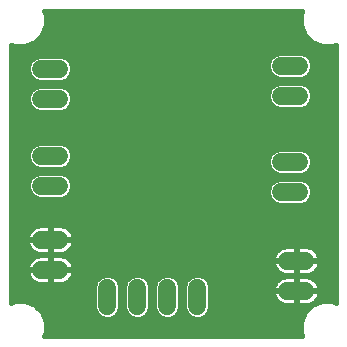
<source format=gbl>
G75*
%MOIN*%
%OFA0B0*%
%FSLAX25Y25*%
%IPPOS*%
%LPD*%
%AMOC8*
5,1,8,0,0,1.08239X$1,22.5*
%
%ADD10C,0.06000*%
%ADD11C,0.01600*%
D10*
X0016800Y0028800D02*
X0022800Y0028800D01*
X0022800Y0038800D02*
X0016800Y0038800D01*
X0016800Y0056800D02*
X0022800Y0056800D01*
X0022800Y0066800D02*
X0016800Y0066800D01*
X0016800Y0085800D02*
X0022800Y0085800D01*
X0022800Y0095800D02*
X0016800Y0095800D01*
X0038800Y0022800D02*
X0038800Y0016800D01*
X0048800Y0016800D02*
X0048800Y0022800D01*
X0058800Y0022800D02*
X0058800Y0016800D01*
X0068800Y0016800D02*
X0068800Y0022800D01*
X0098800Y0021800D02*
X0104800Y0021800D01*
X0104800Y0031800D02*
X0098800Y0031800D01*
X0096800Y0054800D02*
X0102800Y0054800D01*
X0102800Y0064800D02*
X0096800Y0064800D01*
X0096800Y0086800D02*
X0102800Y0086800D01*
X0102800Y0096800D02*
X0096800Y0096800D01*
D11*
X0034400Y0016187D02*
X0015517Y0016187D01*
X0014623Y0017081D02*
X0011412Y0018411D01*
X0007936Y0018411D01*
X0006600Y0017858D01*
X0006600Y0103853D01*
X0007936Y0103299D01*
X0011412Y0103299D01*
X0014623Y0104629D01*
X0017081Y0107087D01*
X0018411Y0110298D01*
X0018411Y0113774D01*
X0017858Y0115110D01*
X0103853Y0115110D01*
X0103299Y0113774D01*
X0103299Y0110298D01*
X0104629Y0107087D01*
X0107087Y0104629D01*
X0110298Y0103299D01*
X0113774Y0103299D01*
X0115110Y0103853D01*
X0115110Y0017858D01*
X0113774Y0018411D01*
X0110298Y0018411D01*
X0107087Y0017081D01*
X0104629Y0014623D01*
X0103299Y0011412D01*
X0103299Y0007936D01*
X0103853Y0006600D01*
X0017858Y0006600D01*
X0018411Y0007936D01*
X0018411Y0011412D01*
X0017081Y0014623D01*
X0014623Y0017081D01*
X0012923Y0017785D02*
X0034400Y0017785D01*
X0034400Y0019384D02*
X0006600Y0019384D01*
X0006600Y0020982D02*
X0034400Y0020982D01*
X0034400Y0022581D02*
X0006600Y0022581D01*
X0006600Y0024179D02*
X0015488Y0024179D01*
X0015676Y0024118D02*
X0016422Y0024000D01*
X0019600Y0024000D01*
X0019600Y0028600D01*
X0020000Y0028600D01*
X0020000Y0029000D01*
X0019600Y0029000D01*
X0019600Y0033600D01*
X0016422Y0033600D01*
X0015676Y0033482D01*
X0014957Y0033248D01*
X0014284Y0032905D01*
X0013673Y0032461D01*
X0013139Y0031927D01*
X0012695Y0031316D01*
X0012352Y0030643D01*
X0012118Y0029924D01*
X0012000Y0029178D01*
X0012000Y0029000D01*
X0019600Y0029000D01*
X0019600Y0028600D01*
X0012000Y0028600D01*
X0012000Y0028422D01*
X0012118Y0027676D01*
X0012352Y0026957D01*
X0012695Y0026284D01*
X0013139Y0025673D01*
X0013673Y0025139D01*
X0014284Y0024695D01*
X0014957Y0024352D01*
X0015676Y0024118D01*
X0013063Y0025778D02*
X0006600Y0025778D01*
X0006600Y0027376D02*
X0012216Y0027376D01*
X0012329Y0030573D02*
X0006600Y0030573D01*
X0006600Y0032172D02*
X0013384Y0032172D01*
X0014284Y0034695D02*
X0014957Y0034352D01*
X0015676Y0034118D01*
X0016422Y0034000D01*
X0019600Y0034000D01*
X0019600Y0038600D01*
X0020000Y0038600D01*
X0020000Y0039000D01*
X0019600Y0039000D01*
X0019600Y0043600D01*
X0016422Y0043600D01*
X0015676Y0043482D01*
X0014957Y0043248D01*
X0014284Y0042905D01*
X0013673Y0042461D01*
X0013139Y0041927D01*
X0012695Y0041316D01*
X0012352Y0040643D01*
X0012118Y0039924D01*
X0012000Y0039178D01*
X0012000Y0039000D01*
X0019600Y0039000D01*
X0019600Y0038600D01*
X0012000Y0038600D01*
X0012000Y0038422D01*
X0012118Y0037676D01*
X0012352Y0036957D01*
X0012695Y0036284D01*
X0013139Y0035673D01*
X0013673Y0035139D01*
X0014284Y0034695D01*
X0013443Y0035369D02*
X0006600Y0035369D01*
X0006600Y0036967D02*
X0012348Y0036967D01*
X0012000Y0038566D02*
X0006600Y0038566D01*
X0006600Y0040164D02*
X0012196Y0040164D01*
X0013019Y0041763D02*
X0006600Y0041763D01*
X0006600Y0043361D02*
X0015305Y0043361D01*
X0019600Y0043361D02*
X0020000Y0043361D01*
X0020000Y0043600D02*
X0020000Y0039000D01*
X0027600Y0039000D01*
X0027600Y0039178D01*
X0027482Y0039924D01*
X0027248Y0040643D01*
X0026905Y0041316D01*
X0026461Y0041927D01*
X0025927Y0042461D01*
X0025316Y0042905D01*
X0024643Y0043248D01*
X0023924Y0043482D01*
X0023178Y0043600D01*
X0020000Y0043600D01*
X0020000Y0041763D02*
X0019600Y0041763D01*
X0019600Y0040164D02*
X0020000Y0040164D01*
X0020000Y0038600D02*
X0027600Y0038600D01*
X0027600Y0038422D01*
X0027482Y0037676D01*
X0027248Y0036957D01*
X0026905Y0036284D01*
X0026461Y0035673D01*
X0025927Y0035139D01*
X0025316Y0034695D01*
X0024643Y0034352D01*
X0023924Y0034118D01*
X0023178Y0034000D01*
X0020000Y0034000D01*
X0020000Y0038600D01*
X0020000Y0038566D02*
X0019600Y0038566D01*
X0019600Y0036967D02*
X0020000Y0036967D01*
X0020000Y0035369D02*
X0019600Y0035369D01*
X0020000Y0033600D02*
X0020000Y0029000D01*
X0027600Y0029000D01*
X0027600Y0029178D01*
X0027482Y0029924D01*
X0027248Y0030643D01*
X0026905Y0031316D01*
X0026461Y0031927D01*
X0025927Y0032461D01*
X0025316Y0032905D01*
X0024643Y0033248D01*
X0023924Y0033482D01*
X0023178Y0033600D01*
X0020000Y0033600D01*
X0020000Y0032172D02*
X0019600Y0032172D01*
X0019600Y0030573D02*
X0020000Y0030573D01*
X0020000Y0028975D02*
X0094920Y0028975D01*
X0095139Y0028673D02*
X0095673Y0028139D01*
X0096284Y0027695D01*
X0096957Y0027352D01*
X0097676Y0027118D01*
X0098422Y0027000D01*
X0101600Y0027000D01*
X0101600Y0031600D01*
X0102000Y0031600D01*
X0102000Y0032000D01*
X0101600Y0032000D01*
X0101600Y0036600D01*
X0098422Y0036600D01*
X0097676Y0036482D01*
X0096957Y0036248D01*
X0096284Y0035905D01*
X0095673Y0035461D01*
X0095139Y0034927D01*
X0094695Y0034316D01*
X0094352Y0033643D01*
X0094118Y0032924D01*
X0094000Y0032178D01*
X0094000Y0032000D01*
X0101600Y0032000D01*
X0101600Y0031600D01*
X0094000Y0031600D01*
X0094000Y0031422D01*
X0094118Y0030676D01*
X0094352Y0029957D01*
X0094695Y0029284D01*
X0095139Y0028673D01*
X0096909Y0027376D02*
X0027384Y0027376D01*
X0027482Y0027676D02*
X0027600Y0028422D01*
X0027600Y0028600D01*
X0020000Y0028600D01*
X0020000Y0024000D01*
X0023178Y0024000D01*
X0023924Y0024118D01*
X0024643Y0024352D01*
X0025316Y0024695D01*
X0025927Y0025139D01*
X0026461Y0025673D01*
X0026905Y0026284D01*
X0027248Y0026957D01*
X0027482Y0027676D01*
X0026537Y0025778D02*
X0035555Y0025778D01*
X0035070Y0025292D02*
X0036308Y0026530D01*
X0037925Y0027200D01*
X0039675Y0027200D01*
X0041292Y0026530D01*
X0042530Y0025292D01*
X0043200Y0023675D01*
X0043200Y0015925D01*
X0042530Y0014308D01*
X0041292Y0013070D01*
X0039675Y0012400D01*
X0037925Y0012400D01*
X0036308Y0013070D01*
X0035070Y0014308D01*
X0034400Y0015925D01*
X0034400Y0023675D01*
X0035070Y0025292D01*
X0034609Y0024179D02*
X0024112Y0024179D01*
X0020000Y0024179D02*
X0019600Y0024179D01*
X0019600Y0025778D02*
X0020000Y0025778D01*
X0020000Y0027376D02*
X0019600Y0027376D01*
X0019600Y0028975D02*
X0006600Y0028975D01*
X0006600Y0033770D02*
X0094417Y0033770D01*
X0094000Y0032172D02*
X0026216Y0032172D01*
X0027271Y0030573D02*
X0094152Y0030573D01*
X0095581Y0035369D02*
X0026157Y0035369D01*
X0027252Y0036967D02*
X0115110Y0036967D01*
X0115110Y0035369D02*
X0108019Y0035369D01*
X0107927Y0035461D02*
X0107316Y0035905D01*
X0106643Y0036248D01*
X0105924Y0036482D01*
X0105178Y0036600D01*
X0102000Y0036600D01*
X0102000Y0032000D01*
X0109600Y0032000D01*
X0109600Y0032178D01*
X0109482Y0032924D01*
X0109248Y0033643D01*
X0108905Y0034316D01*
X0108461Y0034927D01*
X0107927Y0035461D01*
X0109183Y0033770D02*
X0115110Y0033770D01*
X0115110Y0032172D02*
X0109600Y0032172D01*
X0109600Y0031600D02*
X0102000Y0031600D01*
X0102000Y0027000D01*
X0105178Y0027000D01*
X0105924Y0027118D01*
X0106643Y0027352D01*
X0107316Y0027695D01*
X0107927Y0028139D01*
X0108461Y0028673D01*
X0108905Y0029284D01*
X0109248Y0029957D01*
X0109482Y0030676D01*
X0109600Y0031422D01*
X0109600Y0031600D01*
X0109448Y0030573D02*
X0115110Y0030573D01*
X0115110Y0028975D02*
X0108680Y0028975D01*
X0106691Y0027376D02*
X0115110Y0027376D01*
X0115110Y0025778D02*
X0107491Y0025778D01*
X0107316Y0025905D02*
X0106643Y0026248D01*
X0105924Y0026482D01*
X0105178Y0026600D01*
X0102000Y0026600D01*
X0102000Y0022000D01*
X0101600Y0022000D01*
X0101600Y0026600D01*
X0098422Y0026600D01*
X0097676Y0026482D01*
X0096957Y0026248D01*
X0096284Y0025905D01*
X0095673Y0025461D01*
X0095139Y0024927D01*
X0094695Y0024316D01*
X0094352Y0023643D01*
X0094118Y0022924D01*
X0094000Y0022178D01*
X0094000Y0022000D01*
X0101600Y0022000D01*
X0101600Y0021600D01*
X0102000Y0021600D01*
X0102000Y0022000D01*
X0109600Y0022000D01*
X0109600Y0022178D01*
X0109482Y0022924D01*
X0109248Y0023643D01*
X0108905Y0024316D01*
X0108461Y0024927D01*
X0107927Y0025461D01*
X0107316Y0025905D01*
X0108975Y0024179D02*
X0115110Y0024179D01*
X0115110Y0022581D02*
X0109536Y0022581D01*
X0109600Y0021600D02*
X0102000Y0021600D01*
X0102000Y0017000D01*
X0105178Y0017000D01*
X0105924Y0017118D01*
X0106643Y0017352D01*
X0107316Y0017695D01*
X0107927Y0018139D01*
X0108461Y0018673D01*
X0108905Y0019284D01*
X0109248Y0019957D01*
X0109482Y0020676D01*
X0109600Y0021422D01*
X0109600Y0021600D01*
X0109530Y0020982D02*
X0115110Y0020982D01*
X0115110Y0019384D02*
X0108956Y0019384D01*
X0108787Y0017785D02*
X0107440Y0017785D01*
X0106193Y0016187D02*
X0073200Y0016187D01*
X0073200Y0015925D02*
X0072530Y0014308D01*
X0071292Y0013070D01*
X0069675Y0012400D01*
X0067925Y0012400D01*
X0066308Y0013070D01*
X0065070Y0014308D01*
X0064400Y0015925D01*
X0064400Y0023675D01*
X0065070Y0025292D01*
X0066308Y0026530D01*
X0067925Y0027200D01*
X0069675Y0027200D01*
X0071292Y0026530D01*
X0072530Y0025292D01*
X0073200Y0023675D01*
X0073200Y0015925D01*
X0073200Y0017785D02*
X0096160Y0017785D01*
X0096284Y0017695D02*
X0096957Y0017352D01*
X0097676Y0017118D01*
X0098422Y0017000D01*
X0101600Y0017000D01*
X0101600Y0021600D01*
X0094000Y0021600D01*
X0094000Y0021422D01*
X0094118Y0020676D01*
X0094352Y0019957D01*
X0094695Y0019284D01*
X0095139Y0018673D01*
X0095673Y0018139D01*
X0096284Y0017695D01*
X0094644Y0019384D02*
X0073200Y0019384D01*
X0073200Y0020982D02*
X0094070Y0020982D01*
X0094064Y0022581D02*
X0073200Y0022581D01*
X0072991Y0024179D02*
X0094625Y0024179D01*
X0096109Y0025778D02*
X0072045Y0025778D01*
X0065555Y0025778D02*
X0062045Y0025778D01*
X0062530Y0025292D02*
X0061292Y0026530D01*
X0059675Y0027200D01*
X0057925Y0027200D01*
X0056308Y0026530D01*
X0055070Y0025292D01*
X0054400Y0023675D01*
X0054400Y0015925D01*
X0055070Y0014308D01*
X0056308Y0013070D01*
X0057925Y0012400D01*
X0059675Y0012400D01*
X0061292Y0013070D01*
X0062530Y0014308D01*
X0063200Y0015925D01*
X0063200Y0023675D01*
X0062530Y0025292D01*
X0062991Y0024179D02*
X0064609Y0024179D01*
X0064400Y0022581D02*
X0063200Y0022581D01*
X0063200Y0020982D02*
X0064400Y0020982D01*
X0064400Y0019384D02*
X0063200Y0019384D01*
X0063200Y0017785D02*
X0064400Y0017785D01*
X0064400Y0016187D02*
X0063200Y0016187D01*
X0062646Y0014588D02*
X0064954Y0014588D01*
X0066501Y0012990D02*
X0061099Y0012990D01*
X0056501Y0012990D02*
X0051099Y0012990D01*
X0051292Y0013070D02*
X0052530Y0014308D01*
X0053200Y0015925D01*
X0053200Y0023675D01*
X0052530Y0025292D01*
X0051292Y0026530D01*
X0049675Y0027200D01*
X0047925Y0027200D01*
X0046308Y0026530D01*
X0045070Y0025292D01*
X0044400Y0023675D01*
X0044400Y0015925D01*
X0045070Y0014308D01*
X0046308Y0013070D01*
X0047925Y0012400D01*
X0049675Y0012400D01*
X0051292Y0013070D01*
X0052646Y0014588D02*
X0054954Y0014588D01*
X0054400Y0016187D02*
X0053200Y0016187D01*
X0053200Y0017785D02*
X0054400Y0017785D01*
X0054400Y0019384D02*
X0053200Y0019384D01*
X0053200Y0020982D02*
X0054400Y0020982D01*
X0054400Y0022581D02*
X0053200Y0022581D01*
X0052991Y0024179D02*
X0054609Y0024179D01*
X0055555Y0025778D02*
X0052045Y0025778D01*
X0045555Y0025778D02*
X0042045Y0025778D01*
X0042991Y0024179D02*
X0044609Y0024179D01*
X0044400Y0022581D02*
X0043200Y0022581D01*
X0043200Y0020982D02*
X0044400Y0020982D01*
X0044400Y0019384D02*
X0043200Y0019384D01*
X0043200Y0017785D02*
X0044400Y0017785D01*
X0044400Y0016187D02*
X0043200Y0016187D01*
X0042646Y0014588D02*
X0044954Y0014588D01*
X0046501Y0012990D02*
X0041099Y0012990D01*
X0036501Y0012990D02*
X0017758Y0012990D01*
X0018411Y0011391D02*
X0103299Y0011391D01*
X0103299Y0009793D02*
X0018411Y0009793D01*
X0018411Y0008194D02*
X0103299Y0008194D01*
X0103953Y0012990D02*
X0071099Y0012990D01*
X0072646Y0014588D02*
X0104615Y0014588D01*
X0102000Y0017785D02*
X0101600Y0017785D01*
X0101600Y0019384D02*
X0102000Y0019384D01*
X0102000Y0020982D02*
X0101600Y0020982D01*
X0101600Y0022581D02*
X0102000Y0022581D01*
X0102000Y0024179D02*
X0101600Y0024179D01*
X0101600Y0025778D02*
X0102000Y0025778D01*
X0102000Y0027376D02*
X0101600Y0027376D01*
X0101600Y0028975D02*
X0102000Y0028975D01*
X0102000Y0030573D02*
X0101600Y0030573D01*
X0101600Y0032172D02*
X0102000Y0032172D01*
X0102000Y0033770D02*
X0101600Y0033770D01*
X0101600Y0035369D02*
X0102000Y0035369D01*
X0115110Y0038566D02*
X0027600Y0038566D01*
X0027404Y0040164D02*
X0115110Y0040164D01*
X0115110Y0041763D02*
X0026581Y0041763D01*
X0024295Y0043361D02*
X0115110Y0043361D01*
X0115110Y0044960D02*
X0006600Y0044960D01*
X0006600Y0046558D02*
X0115110Y0046558D01*
X0115110Y0048157D02*
X0006600Y0048157D01*
X0006600Y0049755D02*
X0115110Y0049755D01*
X0115110Y0051354D02*
X0105576Y0051354D01*
X0105292Y0051070D02*
X0103675Y0050400D01*
X0095925Y0050400D01*
X0094308Y0051070D01*
X0093070Y0052308D01*
X0092400Y0053925D01*
X0092400Y0055675D01*
X0093070Y0057292D01*
X0094308Y0058530D01*
X0095925Y0059200D01*
X0103675Y0059200D01*
X0105292Y0058530D01*
X0106530Y0057292D01*
X0107200Y0055675D01*
X0107200Y0053925D01*
X0106530Y0052308D01*
X0105292Y0051070D01*
X0106797Y0052952D02*
X0115110Y0052952D01*
X0115110Y0054551D02*
X0107200Y0054551D01*
X0107004Y0056149D02*
X0115110Y0056149D01*
X0115110Y0057748D02*
X0106075Y0057748D01*
X0105292Y0061070D02*
X0103675Y0060400D01*
X0095925Y0060400D01*
X0094308Y0061070D01*
X0093070Y0062308D01*
X0092400Y0063925D01*
X0092400Y0065675D01*
X0093070Y0067292D01*
X0094308Y0068530D01*
X0095925Y0069200D01*
X0103675Y0069200D01*
X0105292Y0068530D01*
X0106530Y0067292D01*
X0107200Y0065675D01*
X0107200Y0063925D01*
X0106530Y0062308D01*
X0105292Y0061070D01*
X0104991Y0060945D02*
X0115110Y0060945D01*
X0115110Y0062543D02*
X0106628Y0062543D01*
X0107200Y0064142D02*
X0115110Y0064142D01*
X0115110Y0065740D02*
X0107173Y0065740D01*
X0106484Y0067339D02*
X0115110Y0067339D01*
X0115110Y0068937D02*
X0104309Y0068937D01*
X0095291Y0068937D02*
X0026677Y0068937D01*
X0026530Y0069292D02*
X0025292Y0070530D01*
X0023675Y0071200D01*
X0015925Y0071200D01*
X0014308Y0070530D01*
X0013070Y0069292D01*
X0012400Y0067675D01*
X0012400Y0065925D01*
X0013070Y0064308D01*
X0014308Y0063070D01*
X0015925Y0062400D01*
X0023675Y0062400D01*
X0025292Y0063070D01*
X0026530Y0064308D01*
X0027200Y0065925D01*
X0027200Y0067675D01*
X0026530Y0069292D01*
X0027200Y0067339D02*
X0093116Y0067339D01*
X0092427Y0065740D02*
X0027124Y0065740D01*
X0026364Y0064142D02*
X0092400Y0064142D01*
X0092972Y0062543D02*
X0024021Y0062543D01*
X0023675Y0061200D02*
X0025292Y0060530D01*
X0026530Y0059292D01*
X0027200Y0057675D01*
X0027200Y0055925D01*
X0026530Y0054308D01*
X0025292Y0053070D01*
X0023675Y0052400D01*
X0015925Y0052400D01*
X0014308Y0053070D01*
X0013070Y0054308D01*
X0012400Y0055925D01*
X0012400Y0057675D01*
X0013070Y0059292D01*
X0014308Y0060530D01*
X0015925Y0061200D01*
X0023675Y0061200D01*
X0024291Y0060945D02*
X0094609Y0060945D01*
X0093525Y0057748D02*
X0027170Y0057748D01*
X0027200Y0056149D02*
X0092596Y0056149D01*
X0092400Y0054551D02*
X0026631Y0054551D01*
X0025009Y0052952D02*
X0092803Y0052952D01*
X0094024Y0051354D02*
X0006600Y0051354D01*
X0006600Y0052952D02*
X0014591Y0052952D01*
X0012969Y0054551D02*
X0006600Y0054551D01*
X0006600Y0056149D02*
X0012400Y0056149D01*
X0012430Y0057748D02*
X0006600Y0057748D01*
X0006600Y0059346D02*
X0013124Y0059346D01*
X0015309Y0060945D02*
X0006600Y0060945D01*
X0006600Y0062543D02*
X0015578Y0062543D01*
X0013236Y0064142D02*
X0006600Y0064142D01*
X0006600Y0065740D02*
X0012476Y0065740D01*
X0012400Y0067339D02*
X0006600Y0067339D01*
X0006600Y0068937D02*
X0012923Y0068937D01*
X0014322Y0070536D02*
X0006600Y0070536D01*
X0006600Y0072134D02*
X0115110Y0072134D01*
X0115110Y0070536D02*
X0025278Y0070536D01*
X0023675Y0081400D02*
X0015925Y0081400D01*
X0014308Y0082070D01*
X0013070Y0083308D01*
X0012400Y0084925D01*
X0012400Y0086675D01*
X0013070Y0088292D01*
X0014308Y0089530D01*
X0015925Y0090200D01*
X0023675Y0090200D01*
X0025292Y0089530D01*
X0026530Y0088292D01*
X0027200Y0086675D01*
X0027200Y0084925D01*
X0026530Y0083308D01*
X0025292Y0082070D01*
X0023675Y0081400D01*
X0024461Y0081726D02*
X0115110Y0081726D01*
X0115110Y0083324D02*
X0105547Y0083324D01*
X0105292Y0083070D02*
X0106530Y0084308D01*
X0107200Y0085925D01*
X0107200Y0087675D01*
X0106530Y0089292D01*
X0105292Y0090530D01*
X0103675Y0091200D01*
X0095925Y0091200D01*
X0094308Y0090530D01*
X0093070Y0089292D01*
X0092400Y0087675D01*
X0092400Y0085925D01*
X0093070Y0084308D01*
X0094308Y0083070D01*
X0095925Y0082400D01*
X0103675Y0082400D01*
X0105292Y0083070D01*
X0106785Y0084923D02*
X0115110Y0084923D01*
X0115110Y0086521D02*
X0107200Y0086521D01*
X0107016Y0088120D02*
X0115110Y0088120D01*
X0115110Y0089718D02*
X0106104Y0089718D01*
X0105292Y0093070D02*
X0103675Y0092400D01*
X0095925Y0092400D01*
X0094308Y0093070D01*
X0093070Y0094308D01*
X0092400Y0095925D01*
X0092400Y0097675D01*
X0093070Y0099292D01*
X0094308Y0100530D01*
X0095925Y0101200D01*
X0103675Y0101200D01*
X0105292Y0100530D01*
X0106530Y0099292D01*
X0107200Y0097675D01*
X0107200Y0095925D01*
X0106530Y0094308D01*
X0105292Y0093070D01*
X0104919Y0092915D02*
X0115110Y0092915D01*
X0115110Y0091317D02*
X0006600Y0091317D01*
X0006600Y0092915D02*
X0013462Y0092915D01*
X0013070Y0093308D02*
X0014308Y0092070D01*
X0015925Y0091400D01*
X0023675Y0091400D01*
X0025292Y0092070D01*
X0026530Y0093308D01*
X0027200Y0094925D01*
X0027200Y0096675D01*
X0026530Y0098292D01*
X0025292Y0099530D01*
X0023675Y0100200D01*
X0015925Y0100200D01*
X0014308Y0099530D01*
X0013070Y0098292D01*
X0012400Y0096675D01*
X0012400Y0094925D01*
X0013070Y0093308D01*
X0012570Y0094514D02*
X0006600Y0094514D01*
X0006600Y0096112D02*
X0012400Y0096112D01*
X0012829Y0097711D02*
X0006600Y0097711D01*
X0006600Y0099309D02*
X0014087Y0099309D01*
X0013357Y0104105D02*
X0108354Y0104105D01*
X0106013Y0105703D02*
X0015697Y0105703D01*
X0017170Y0107302D02*
X0104540Y0107302D01*
X0103878Y0108900D02*
X0017832Y0108900D01*
X0018411Y0110499D02*
X0103299Y0110499D01*
X0103299Y0112097D02*
X0018411Y0112097D01*
X0018411Y0113696D02*
X0103299Y0113696D01*
X0115110Y0102506D02*
X0006600Y0102506D01*
X0006600Y0100908D02*
X0095219Y0100908D01*
X0093087Y0099309D02*
X0025513Y0099309D01*
X0026771Y0097711D02*
X0092415Y0097711D01*
X0092400Y0096112D02*
X0027200Y0096112D01*
X0027030Y0094514D02*
X0092984Y0094514D01*
X0094681Y0092915D02*
X0026138Y0092915D01*
X0024839Y0089718D02*
X0093496Y0089718D01*
X0092584Y0088120D02*
X0026602Y0088120D01*
X0027200Y0086521D02*
X0092400Y0086521D01*
X0092815Y0084923D02*
X0027199Y0084923D01*
X0026537Y0083324D02*
X0094053Y0083324D01*
X0106615Y0094514D02*
X0115110Y0094514D01*
X0115110Y0096112D02*
X0107200Y0096112D01*
X0107185Y0097711D02*
X0115110Y0097711D01*
X0115110Y0099309D02*
X0106513Y0099309D01*
X0104381Y0100908D02*
X0115110Y0100908D01*
X0115110Y0080127D02*
X0006600Y0080127D01*
X0006600Y0078529D02*
X0115110Y0078529D01*
X0115110Y0076930D02*
X0006600Y0076930D01*
X0006600Y0075332D02*
X0115110Y0075332D01*
X0115110Y0073733D02*
X0006600Y0073733D01*
X0006600Y0081726D02*
X0015139Y0081726D01*
X0013063Y0083324D02*
X0006600Y0083324D01*
X0006600Y0084923D02*
X0012401Y0084923D01*
X0012400Y0086521D02*
X0006600Y0086521D01*
X0006600Y0088120D02*
X0012998Y0088120D01*
X0014761Y0089718D02*
X0006600Y0089718D01*
X0026476Y0059346D02*
X0115110Y0059346D01*
X0034954Y0014588D02*
X0017095Y0014588D01*
M02*

</source>
